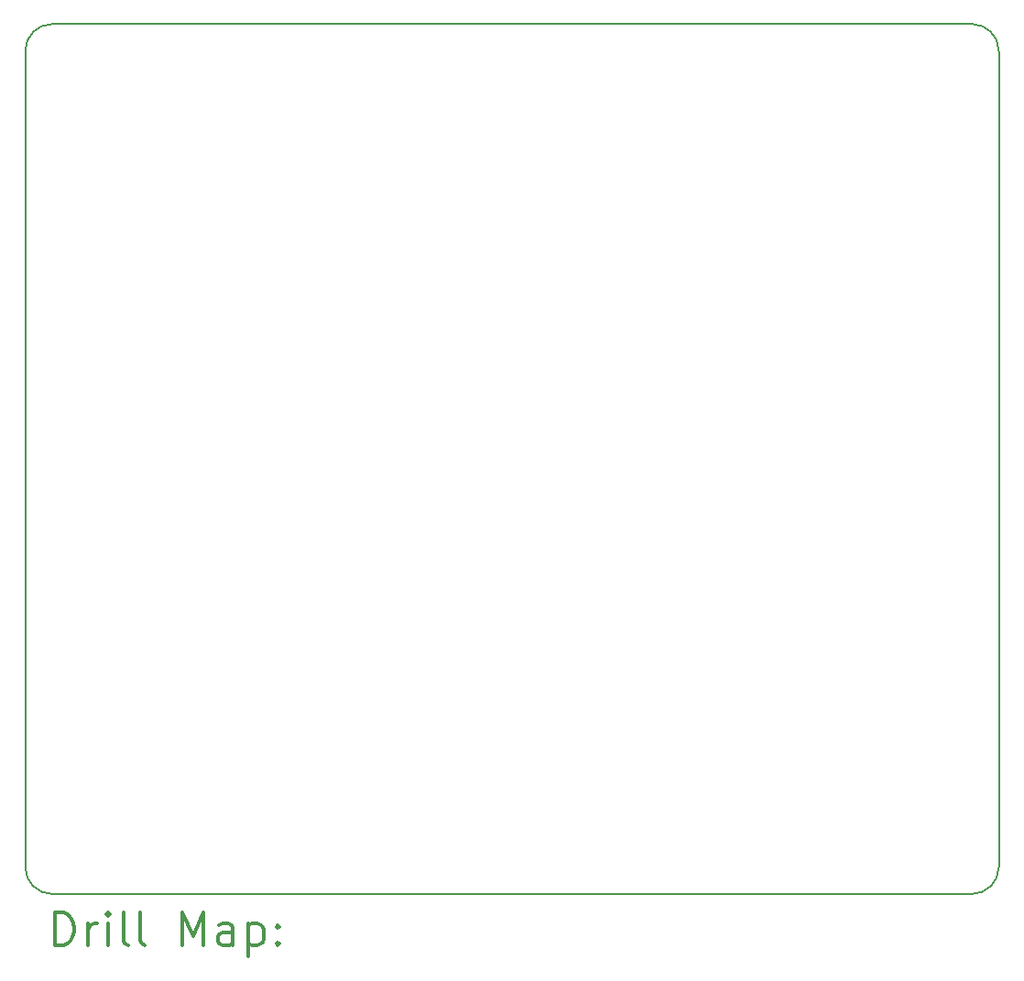
<source format=gbr>
%FSLAX45Y45*%
G04 Gerber Fmt 4.5, Leading zero omitted, Abs format (unit mm)*
G04 Created by KiCad (PCBNEW 5.0.1) date Tue 04 Dec 2018 10:41:13 PM EST*
%MOMM*%
%LPD*%
G01*
G04 APERTURE LIST*
%ADD10C,0.152400*%
%ADD11C,0.200000*%
%ADD12C,0.300000*%
G04 APERTURE END LIST*
D10*
X3650000Y-12800000D02*
G75*
G02X3400000Y-12550000I0J250000D01*
G01*
X12400000Y-12550000D02*
G75*
G02X12150000Y-12800000I-250000J0D01*
G01*
X12150000Y-4750000D02*
G75*
G02X12400000Y-5000000I0J-250000D01*
G01*
X3400000Y-5000000D02*
G75*
G02X3650000Y-4750000I250000J0D01*
G01*
X3400000Y-12550000D02*
X3400000Y-5000000D01*
X12150000Y-12800000D02*
X3650000Y-12800000D01*
X12400000Y-5000000D02*
X12400000Y-12550000D01*
X3650000Y-4750000D02*
X12150000Y-4750000D01*
D11*
D12*
X3678808Y-13273334D02*
X3678808Y-12973334D01*
X3750237Y-12973334D01*
X3793094Y-12987620D01*
X3821666Y-13016191D01*
X3835951Y-13044763D01*
X3850237Y-13101906D01*
X3850237Y-13144763D01*
X3835951Y-13201906D01*
X3821666Y-13230477D01*
X3793094Y-13259049D01*
X3750237Y-13273334D01*
X3678808Y-13273334D01*
X3978808Y-13273334D02*
X3978808Y-13073334D01*
X3978808Y-13130477D02*
X3993094Y-13101906D01*
X4007380Y-13087620D01*
X4035951Y-13073334D01*
X4064523Y-13073334D01*
X4164523Y-13273334D02*
X4164523Y-13073334D01*
X4164523Y-12973334D02*
X4150237Y-12987620D01*
X4164523Y-13001906D01*
X4178808Y-12987620D01*
X4164523Y-12973334D01*
X4164523Y-13001906D01*
X4350237Y-13273334D02*
X4321666Y-13259049D01*
X4307380Y-13230477D01*
X4307380Y-12973334D01*
X4507380Y-13273334D02*
X4478808Y-13259049D01*
X4464523Y-13230477D01*
X4464523Y-12973334D01*
X4850237Y-13273334D02*
X4850237Y-12973334D01*
X4950237Y-13187620D01*
X5050237Y-12973334D01*
X5050237Y-13273334D01*
X5321666Y-13273334D02*
X5321666Y-13116191D01*
X5307380Y-13087620D01*
X5278808Y-13073334D01*
X5221666Y-13073334D01*
X5193094Y-13087620D01*
X5321666Y-13259049D02*
X5293094Y-13273334D01*
X5221666Y-13273334D01*
X5193094Y-13259049D01*
X5178808Y-13230477D01*
X5178808Y-13201906D01*
X5193094Y-13173334D01*
X5221666Y-13159049D01*
X5293094Y-13159049D01*
X5321666Y-13144763D01*
X5464523Y-13073334D02*
X5464523Y-13373334D01*
X5464523Y-13087620D02*
X5493094Y-13073334D01*
X5550237Y-13073334D01*
X5578808Y-13087620D01*
X5593094Y-13101906D01*
X5607380Y-13130477D01*
X5607380Y-13216191D01*
X5593094Y-13244763D01*
X5578808Y-13259049D01*
X5550237Y-13273334D01*
X5493094Y-13273334D01*
X5464523Y-13259049D01*
X5735951Y-13244763D02*
X5750237Y-13259049D01*
X5735951Y-13273334D01*
X5721666Y-13259049D01*
X5735951Y-13244763D01*
X5735951Y-13273334D01*
X5735951Y-13087620D02*
X5750237Y-13101906D01*
X5735951Y-13116191D01*
X5721666Y-13101906D01*
X5735951Y-13087620D01*
X5735951Y-13116191D01*
M02*

</source>
